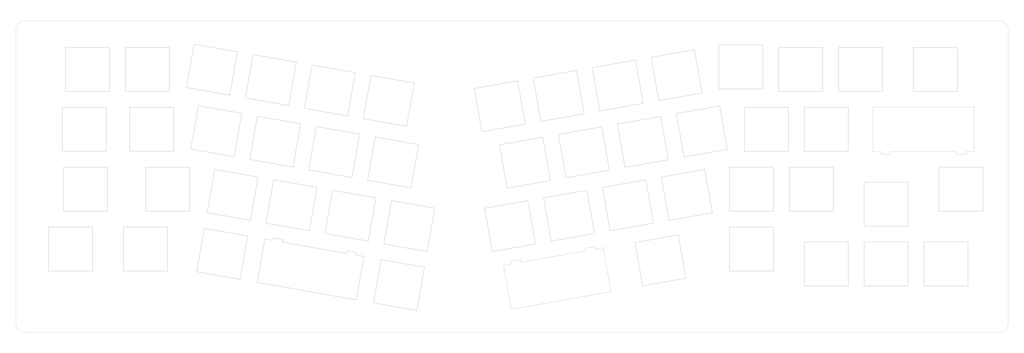
<source format=kicad_pcb>
(kicad_pcb (version 20171130) (host pcbnew "(5.1.5)-3")

  (general
    (thickness 1.6)
    (drawings 54)
    (tracks 0)
    (zones 0)
    (modules 58)
    (nets 1)
  )

  (page A3)
  (layers
    (0 F.Cu signal)
    (31 B.Cu signal)
    (32 B.Adhes user)
    (33 F.Adhes user)
    (34 B.Paste user)
    (35 F.Paste user)
    (36 B.SilkS user)
    (37 F.SilkS user)
    (38 B.Mask user)
    (39 F.Mask user)
    (40 Dwgs.User user)
    (41 Cmts.User user)
    (42 Eco1.User user)
    (43 Eco2.User user)
    (44 Edge.Cuts user)
    (45 Margin user)
    (46 B.CrtYd user)
    (47 F.CrtYd user)
    (48 B.Fab user)
    (49 F.Fab user)
  )

  (setup
    (last_trace_width 0.25)
    (user_trace_width 0.5)
    (user_trace_width 0.5)
    (trace_clearance 0.2)
    (zone_clearance 0.508)
    (zone_45_only no)
    (trace_min 0.2)
    (via_size 0.8)
    (via_drill 0.4)
    (via_min_size 0.4)
    (via_min_drill 0.3)
    (uvia_size 0.3)
    (uvia_drill 0.1)
    (uvias_allowed no)
    (uvia_min_size 0.2)
    (uvia_min_drill 0.1)
    (edge_width 0.1)
    (segment_width 0.2)
    (pcb_text_width 0.3)
    (pcb_text_size 1.5 1.5)
    (mod_edge_width 0.15)
    (mod_text_size 1 1)
    (mod_text_width 0.15)
    (pad_size 2.2 2.2)
    (pad_drill 2.2)
    (pad_to_mask_clearance 0)
    (solder_mask_min_width 0.25)
    (aux_axis_origin 0 0)
    (visible_elements 7FFFFFFF)
    (pcbplotparams
      (layerselection 0x01000_7ffffffe)
      (usegerberextensions true)
      (usegerberattributes false)
      (usegerberadvancedattributes false)
      (creategerberjobfile false)
      (excludeedgelayer true)
      (linewidth 0.100000)
      (plotframeref false)
      (viasonmask false)
      (mode 1)
      (useauxorigin false)
      (hpglpennumber 1)
      (hpglpenspeed 20)
      (hpglpendiameter 15.000000)
      (psnegative false)
      (psa4output false)
      (plotreference true)
      (plotvalue true)
      (plotinvisibletext false)
      (padsonsilk false)
      (subtractmaskfromsilk false)
      (outputformat 4)
      (mirror false)
      (drillshape 0)
      (scaleselection 1)
      (outputdirectory "C:/Users/サリチル酸/Desktop/"))
  )

  (net 0 "")

  (net_class Default "これはデフォルトのネット クラスです。"
    (clearance 0.2)
    (trace_width 0.25)
    (via_dia 0.8)
    (via_drill 0.4)
    (uvia_dia 0.3)
    (uvia_drill 0.1)
  )

  (module kbd:SW_Hole (layer F.Cu) (tedit 5CB3579A) (tstamp 608851B9)
    (at 247.65 89.725)
    (path /5C6AC0DC)
    (fp_text reference SW53 (at 7 8.1) (layer F.SilkS) hide
      (effects (font (size 1 1) (thickness 0.15)))
    )
    (fp_text value SW_PUSH (at -7.4 -8.1) (layer F.Fab) hide
      (effects (font (size 1 1) (thickness 0.15)))
    )
    (fp_line (start -7 -7) (end 7 -7) (layer Edge.Cuts) (width 0.15))
    (fp_line (start 7 -7) (end 7 7) (layer Edge.Cuts) (width 0.15))
    (fp_line (start 7 7) (end -7 7) (layer Edge.Cuts) (width 0.15))
    (fp_line (start -7 7) (end -7 -7) (layer Edge.Cuts) (width 0.15))
    (fp_line (start 9.525 -9.525) (end -9.525 -9.525) (layer F.Fab) (width 0.15))
    (fp_line (start -9.525 -9.525) (end -9.525 9.525) (layer F.Fab) (width 0.15))
    (fp_line (start -9.525 9.525) (end 9.525 9.525) (layer F.Fab) (width 0.15))
    (fp_line (start 9.525 9.525) (end 9.525 -9.525) (layer F.Fab) (width 0.15))
  )

  (module kbd:SW_Hole (layer F.Cu) (tedit 5CB3579A) (tstamp 60884E29)
    (at 244.26875 31.75625)
    (path /5C3DF236)
    (fp_text reference SW51 (at 7 8.1) (layer F.SilkS) hide
      (effects (font (size 1 1) (thickness 0.15)))
    )
    (fp_text value SW_PUSH (at -7.4 -8.1) (layer F.Fab) hide
      (effects (font (size 1 1) (thickness 0.15)))
    )
    (fp_line (start -7 -7) (end 7 -7) (layer Edge.Cuts) (width 0.15))
    (fp_line (start 7 -7) (end 7 7) (layer Edge.Cuts) (width 0.15))
    (fp_line (start 7 7) (end -7 7) (layer Edge.Cuts) (width 0.15))
    (fp_line (start -7 7) (end -7 -7) (layer Edge.Cuts) (width 0.15))
    (fp_line (start 9.525 -9.525) (end -9.525 -9.525) (layer F.Fab) (width 0.15))
    (fp_line (start -9.525 -9.525) (end -9.525 9.525) (layer F.Fab) (width 0.15))
    (fp_line (start -9.525 9.525) (end 9.525 9.525) (layer F.Fab) (width 0.15))
    (fp_line (start 9.525 9.525) (end 9.525 -9.525) (layer F.Fab) (width 0.15))
  )

  (module kbd:SW_Hole (layer F.Cu) (tedit 5CB3579A) (tstamp 60884DDF)
    (at 247.65 70.675)
    (path /5C6AC0DC)
    (fp_text reference SW53 (at 7 8.1) (layer F.SilkS) hide
      (effects (font (size 1 1) (thickness 0.15)))
    )
    (fp_text value SW_PUSH (at -7.4 -8.1) (layer F.Fab) hide
      (effects (font (size 1 1) (thickness 0.15)))
    )
    (fp_line (start 9.525 9.525) (end 9.525 -9.525) (layer F.Fab) (width 0.15))
    (fp_line (start -9.525 9.525) (end 9.525 9.525) (layer F.Fab) (width 0.15))
    (fp_line (start -9.525 -9.525) (end -9.525 9.525) (layer F.Fab) (width 0.15))
    (fp_line (start 9.525 -9.525) (end -9.525 -9.525) (layer F.Fab) (width 0.15))
    (fp_line (start -7 7) (end -7 -7) (layer Edge.Cuts) (width 0.15))
    (fp_line (start 7 7) (end -7 7) (layer Edge.Cuts) (width 0.15))
    (fp_line (start 7 -7) (end 7 7) (layer Edge.Cuts) (width 0.15))
    (fp_line (start -7 -7) (end 7 -7) (layer Edge.Cuts) (width 0.15))
  )

  (module kbd:SW_Hole_1.5 (layer F.Cu) (tedit 5FB4AAED) (tstamp 5CB90A67)
    (at 306.18125 32.575)
    (path /5C6AC424)
    (fp_text reference SW61 (at 7 8.1) (layer F.SilkS) hide
      (effects (font (size 1 1) (thickness 0.15)))
    )
    (fp_text value SW_PUSH (at -7.4 -8.1) (layer F.Fab) hide
      (effects (font (size 1 1) (thickness 0.15)))
    )
    (fp_line (start -7 -7) (end 7 -7) (layer Edge.Cuts) (width 0.15))
    (fp_line (start 7 -7) (end 7 7) (layer Edge.Cuts) (width 0.15))
    (fp_line (start 7 7) (end -7 7) (layer Edge.Cuts) (width 0.15))
    (fp_line (start -7 7) (end -7 -7) (layer Edge.Cuts) (width 0.15))
    (fp_line (start 14.2875 -9.525) (end -14.2875 -9.525) (layer F.Fab) (width 0.15))
    (fp_line (start -14.2875 -9.525) (end -14.2875 9.525) (layer F.Fab) (width 0.15))
    (fp_line (start -14.2875 9.525) (end 14.2875 9.525) (layer F.Fab) (width 0.15))
    (fp_line (start 14.2875 9.525) (end 14.2875 -9.525) (layer F.Fab) (width 0.15))
  )

  (module kbd:SW_Hole_2.25u (layer F.Cu) (tedit 5EB97C11) (tstamp 5CB90A72)
    (at 302.41875 51.625)
    (path /5CAAE770)
    (fp_text reference SW62 (at 7 8.1) (layer F.SilkS) hide
      (effects (font (size 1 1) (thickness 0.15)))
    )
    (fp_text value SW_PUSH (at -7.4 -8.1) (layer F.Fab) hide
      (effects (font (size 1 1) (thickness 0.15)))
    )
    (fp_line (start -16.1 -7.1) (end 16.1 -7.1) (layer Edge.Cuts) (width 0.12))
    (fp_line (start -16.1 7.1) (end -16.1 -7.1) (layer Edge.Cuts) (width 0.12))
    (fp_line (start -13.5 7.1) (end -16.1 7.1) (layer Edge.Cuts) (width 0.12))
    (fp_line (start -13.5 7.95) (end -13.5 7.1) (layer Edge.Cuts) (width 0.12))
    (fp_line (start -10.4 7.95) (end -13.5 7.95) (layer Edge.Cuts) (width 0.12))
    (fp_line (start -10.4 7.1) (end -10.4 7.95) (layer Edge.Cuts) (width 0.12))
    (fp_line (start 10.4 7.1) (end -10.4 7.1) (layer Edge.Cuts) (width 0.12))
    (fp_line (start 10.4 7.95) (end 10.4 7.1) (layer Edge.Cuts) (width 0.12))
    (fp_line (start 13.5 7.95) (end 10.4 7.95) (layer Edge.Cuts) (width 0.12))
    (fp_line (start 13.5 7.1) (end 13.5 7.95) (layer Edge.Cuts) (width 0.12))
    (fp_line (start 16.1 7.1) (end 13.5 7.1) (layer Edge.Cuts) (width 0.12))
    (fp_line (start 16.1 -7.1) (end 16.1 7.1) (layer Edge.Cuts) (width 0.12))
    (fp_line (start 21.43125 9.525) (end 21.43125 -9.525) (layer F.Fab) (width 0.15))
    (fp_line (start -21.43125 9.525) (end 21.43125 9.525) (layer F.Fab) (width 0.15))
    (fp_line (start -21.43125 -9.525) (end -21.43125 9.525) (layer F.Fab) (width 0.15))
    (fp_line (start 21.43125 -9.525) (end -21.43125 -9.525) (layer F.Fab) (width 0.15))
  )

  (module kbd:SW_Hole_2.25u (layer F.Cu) (tedit 5EB97C11) (tstamp 5CB90A0F)
    (at 185.847437 99.115573 190)
    (path /5C3DF130)
    (fp_text reference SW35 (at 7 8.1 10) (layer F.SilkS) hide
      (effects (font (size 1 1) (thickness 0.15)))
    )
    (fp_text value SW_PUSH (at -7.4 -8.1 10) (layer F.Fab) hide
      (effects (font (size 1 1) (thickness 0.15)))
    )
    (fp_line (start 21.43125 -9.525) (end -21.43125 -9.525) (layer F.Fab) (width 0.15))
    (fp_line (start -21.43125 -9.525) (end -21.43125 9.525) (layer F.Fab) (width 0.15))
    (fp_line (start -21.43125 9.525) (end 21.43125 9.525) (layer F.Fab) (width 0.15))
    (fp_line (start 21.43125 9.525) (end 21.43125 -9.525) (layer F.Fab) (width 0.15))
    (fp_line (start 16.1 -7.1) (end 16.1 7.1) (layer Edge.Cuts) (width 0.12))
    (fp_line (start 16.1 7.1) (end 13.5 7.1) (layer Edge.Cuts) (width 0.12))
    (fp_line (start 13.5 7.1) (end 13.5 7.95) (layer Edge.Cuts) (width 0.12))
    (fp_line (start 13.5 7.95) (end 10.4 7.95) (layer Edge.Cuts) (width 0.12))
    (fp_line (start 10.4 7.95) (end 10.4 7.1) (layer Edge.Cuts) (width 0.12))
    (fp_line (start 10.4 7.1) (end -10.4 7.1) (layer Edge.Cuts) (width 0.12))
    (fp_line (start -10.4 7.1) (end -10.4 7.95) (layer Edge.Cuts) (width 0.12))
    (fp_line (start -10.4 7.95) (end -13.5 7.95) (layer Edge.Cuts) (width 0.12))
    (fp_line (start -13.5 7.95) (end -13.5 7.1) (layer Edge.Cuts) (width 0.12))
    (fp_line (start -13.5 7.1) (end -16.1 7.1) (layer Edge.Cuts) (width 0.12))
    (fp_line (start -16.1 7.1) (end -16.1 -7.1) (layer Edge.Cuts) (width 0.12))
    (fp_line (start -16.1 -7.1) (end 16.1 -7.1) (layer Edge.Cuts) (width 0.12))
  )

  (module kbd:SW_Hole_1.25 (layer F.Cu) (tedit 5FB4AAB0) (tstamp 5CB90BF3)
    (at 54.76875 89.725)
    (path /5CAAE83E)
    (fp_text reference SW7 (at 7 8.1) (layer F.SilkS) hide
      (effects (font (size 1 1) (thickness 0.15)))
    )
    (fp_text value SW_PUSH (at -7.4 -8.1) (layer F.Fab) hide
      (effects (font (size 1 1) (thickness 0.15)))
    )
    (fp_line (start -7 -7) (end 7 -7) (layer Edge.Cuts) (width 0.15))
    (fp_line (start 7 -7) (end 7 7) (layer Edge.Cuts) (width 0.15))
    (fp_line (start 7 7) (end -7 7) (layer Edge.Cuts) (width 0.15))
    (fp_line (start -7 7) (end -7 -7) (layer Edge.Cuts) (width 0.15))
    (fp_line (start 11.90625 -9.525) (end -11.90625 -9.525) (layer F.Fab) (width 0.15))
    (fp_line (start -11.90625 -9.525) (end -11.90625 9.525) (layer F.Fab) (width 0.15))
    (fp_line (start -11.90625 9.525) (end 11.90625 9.525) (layer F.Fab) (width 0.15))
    (fp_line (start 11.90625 9.525) (end 11.90625 -9.525) (layer F.Fab) (width 0.15))
  )

  (module kbd:SW_Hole_2u (layer F.Cu) (tedit 5CF56752) (tstamp 5D2F4C9A)
    (at 107.344152 96.22531 170)
    (fp_text reference SW2 (at 7.000001 8.1 350) (layer Edge.Cuts) hide
      (effects (font (size 1 1) (thickness 0.15)))
    )
    (fp_text value KEY_SWITCH (at -7.4 -8.1 350) (layer F.Fab) hide
      (effects (font (size 1 1) (thickness 0.15)))
    )
    (fp_line (start -13.5 7) (end -16 7) (layer Edge.Cuts) (width 0.15))
    (fp_line (start -13.5 7.85) (end -10.4 7.85) (layer Edge.Cuts) (width 0.15))
    (fp_line (start -10.4 7) (end -10.4 7.85) (layer Edge.Cuts) (width 0.15))
    (fp_line (start -13.5 7) (end -13.5 7.85) (layer Edge.Cuts) (width 0.15))
    (fp_line (start 10.4 7) (end 10.4 7.85) (layer Edge.Cuts) (width 0.15))
    (fp_line (start 13.5 7) (end 13.5 7.85) (layer Edge.Cuts) (width 0.15))
    (fp_line (start 16 7) (end 13.5 7) (layer Edge.Cuts) (width 0.15))
    (fp_line (start 10.4 7.85) (end 13.5 7.85) (layer Edge.Cuts) (width 0.15))
    (fp_line (start -16 -7) (end 16 -7) (layer Edge.Cuts) (width 0.15))
    (fp_line (start 16 -7) (end 16 7) (layer Edge.Cuts) (width 0.15))
    (fp_line (start 10.4 7) (end -10.4 7) (layer Edge.Cuts) (width 0.15))
    (fp_line (start -16 7) (end -16 -7) (layer Edge.Cuts) (width 0.15))
    (fp_line (start 19.05 -9.525) (end -19.05 -9.525) (layer F.Fab) (width 0.15))
    (fp_line (start -19.05 -9.525) (end -19.05 9.525) (layer F.Fab) (width 0.15))
    (fp_line (start -19.05 9.525) (end 19.05 9.525) (layer F.Fab) (width 0.15))
    (fp_line (start 19.05 9.525) (end 19.05 -9.525) (layer F.Fab) (width 0.15))
  )

  (module kbd:SW_Hole (layer F.Cu) (tedit 5CB3579A) (tstamp 6068A853)
    (at 79.20327 91.263312 350)
    (path /5CAAE814)
    (fp_text reference SW16 (at 7.000001 8.1 350) (layer F.SilkS) hide
      (effects (font (size 1 1) (thickness 0.15)))
    )
    (fp_text value SW_PUSH (at -7.4 -8.1 350) (layer F.Fab) hide
      (effects (font (size 1 1) (thickness 0.15)))
    )
    (fp_line (start -7 -7) (end 7 -7) (layer Edge.Cuts) (width 0.15))
    (fp_line (start 7 -7) (end 7 7) (layer Edge.Cuts) (width 0.15))
    (fp_line (start 7 7) (end -7 7) (layer Edge.Cuts) (width 0.15))
    (fp_line (start -7 7) (end -7 -7) (layer Edge.Cuts) (width 0.15))
    (fp_line (start 9.525 -9.525) (end -9.525 -9.525) (layer F.Fab) (width 0.15))
    (fp_line (start -9.525 -9.525) (end -9.525 9.525) (layer F.Fab) (width 0.15))
    (fp_line (start -9.525 9.525) (end 9.525 9.525) (layer F.Fab) (width 0.15))
    (fp_line (start 9.525 9.525) (end 9.525 -9.525) (layer F.Fab) (width 0.15))
  )

  (module kbd:SW_Hole_1.25 (layer F.Cu) (tedit 5FB4AAB0) (tstamp 5CB90C09)
    (at 35.3375 51.625)
    (path /5C6AB630)
    (fp_text reference SW5 (at 7 8.1) (layer F.SilkS) hide
      (effects (font (size 1 1) (thickness 0.15)))
    )
    (fp_text value SW_PUSH (at -7.4 -8.1) (layer F.Fab) hide
      (effects (font (size 1 1) (thickness 0.15)))
    )
    (fp_line (start -7 -7) (end 7 -7) (layer Edge.Cuts) (width 0.15))
    (fp_line (start 7 -7) (end 7 7) (layer Edge.Cuts) (width 0.15))
    (fp_line (start 7 7) (end -7 7) (layer Edge.Cuts) (width 0.15))
    (fp_line (start -7 7) (end -7 -7) (layer Edge.Cuts) (width 0.15))
    (fp_line (start 11.90625 -9.525) (end -11.90625 -9.525) (layer F.Fab) (width 0.15))
    (fp_line (start -11.90625 -9.525) (end -11.90625 9.525) (layer F.Fab) (width 0.15))
    (fp_line (start -11.90625 9.525) (end 11.90625 9.525) (layer F.Fab) (width 0.15))
    (fp_line (start 11.90625 9.525) (end 11.90625 -9.525) (layer F.Fab) (width 0.15))
  )

  (module kbd:SW_Hole_1.25 (layer F.Cu) (tedit 5FB4AAB0) (tstamp 6068A642)
    (at 218.678465 93.326577 10)
    (path /5C3D00BB)
    (fp_text reference SW49 (at 7 8.1 10) (layer F.SilkS) hide
      (effects (font (size 1 1) (thickness 0.15)))
    )
    (fp_text value SW_PUSH (at -7.4 -8.1 10) (layer F.Fab) hide
      (effects (font (size 1 1) (thickness 0.15)))
    )
    (fp_line (start -7 -7) (end 7 -7) (layer Edge.Cuts) (width 0.15))
    (fp_line (start 7 -7) (end 7 7) (layer Edge.Cuts) (width 0.15))
    (fp_line (start 7 7) (end -7 7) (layer Edge.Cuts) (width 0.15))
    (fp_line (start -7 7) (end -7 -7) (layer Edge.Cuts) (width 0.15))
    (fp_line (start 11.90625 -9.525) (end -11.90625 -9.525) (layer F.Fab) (width 0.15))
    (fp_line (start -11.90625 -9.525) (end -11.90625 9.525) (layer F.Fab) (width 0.15))
    (fp_line (start -11.90625 9.525) (end 11.90625 9.525) (layer F.Fab) (width 0.15))
    (fp_line (start 11.90625 9.525) (end 11.90625 -9.525) (layer F.Fab) (width 0.15))
  )

  (module kbd:SW_Hole (layer F.Cu) (tedit 5CB3579A) (tstamp 608704FB)
    (at 36.3375 32.575)
    (path /5C3DCE96)
    (fp_text reference SW4 (at 7 8.1) (layer F.SilkS) hide
      (effects (font (size 1 1) (thickness 0.15)))
    )
    (fp_text value SW_PUSH (at -7.4 -8.1) (layer F.Fab) hide
      (effects (font (size 1 1) (thickness 0.15)))
    )
    (fp_line (start 9.525 9.525) (end 9.525 -9.525) (layer F.Fab) (width 0.15))
    (fp_line (start -9.525 9.525) (end 9.525 9.525) (layer F.Fab) (width 0.15))
    (fp_line (start -9.525 -9.525) (end -9.525 9.525) (layer F.Fab) (width 0.15))
    (fp_line (start 9.525 -9.525) (end -9.525 -9.525) (layer F.Fab) (width 0.15))
    (fp_line (start -7 7) (end -7 -7) (layer Edge.Cuts) (width 0.15))
    (fp_line (start 7 7) (end -7 7) (layer Edge.Cuts) (width 0.15))
    (fp_line (start 7 -7) (end 7 7) (layer Edge.Cuts) (width 0.15))
    (fp_line (start -7 -7) (end 7 -7) (layer Edge.Cuts) (width 0.15))
  )

  (module kbd:SW_Hole_1.75 (layer F.Cu) (tedit 5FB4AB18) (tstamp 5CF70F1B)
    (at 35.71875 70.675)
    (path /5CAAE847)
    (fp_text reference SW6 (at 7 8.1) (layer Edge.Cuts) hide
      (effects (font (size 1 1) (thickness 0.15)))
    )
    (fp_text value SW_PUSH (at -7.4 -8.1) (layer F.Fab) hide
      (effects (font (size 1 1) (thickness 0.15)))
    )
    (fp_line (start -7 -7) (end 7 -7) (layer Edge.Cuts) (width 0.15))
    (fp_line (start 7 -7) (end 7 7) (layer Edge.Cuts) (width 0.15))
    (fp_line (start 7 7) (end -7 7) (layer Edge.Cuts) (width 0.15))
    (fp_line (start -7 7) (end -7 -7) (layer Edge.Cuts) (width 0.15))
    (fp_line (start 16.66875 -9.525) (end -16.66875 -9.525) (layer F.Fab) (width 0.15))
    (fp_line (start -16.66875 -9.525) (end -16.66875 9.525) (layer F.Fab) (width 0.15))
    (fp_line (start -16.66875 9.525) (end 16.66875 9.525) (layer F.Fab) (width 0.15))
    (fp_line (start 16.66875 9.525) (end 16.66875 -9.525) (layer F.Fab) (width 0.15))
  )

  (module kbd:SW_Hole_1.25 (layer F.Cu) (tedit 5FB4AAB0) (tstamp 60524BCB)
    (at 30.95625 89.725)
    (path /5CAAE83E)
    (fp_text reference SW7 (at 7 8.1) (layer F.SilkS) hide
      (effects (font (size 1 1) (thickness 0.15)))
    )
    (fp_text value SW_PUSH (at -7.4 -8.1) (layer F.Fab) hide
      (effects (font (size 1 1) (thickness 0.15)))
    )
    (fp_line (start -7 -7) (end 7 -7) (layer Edge.Cuts) (width 0.15))
    (fp_line (start 7 -7) (end 7 7) (layer Edge.Cuts) (width 0.15))
    (fp_line (start 7 7) (end -7 7) (layer Edge.Cuts) (width 0.15))
    (fp_line (start -7 7) (end -7 -7) (layer Edge.Cuts) (width 0.15))
    (fp_line (start 11.90625 -9.525) (end -11.90625 -9.525) (layer F.Fab) (width 0.15))
    (fp_line (start -11.90625 -9.525) (end -11.90625 9.525) (layer F.Fab) (width 0.15))
    (fp_line (start -11.90625 9.525) (end 11.90625 9.525) (layer F.Fab) (width 0.15))
    (fp_line (start 11.90625 9.525) (end 11.90625 -9.525) (layer F.Fab) (width 0.15))
  )

  (module kbd:SW_Hole (layer F.Cu) (tedit 5CB3579A) (tstamp 5CB90A88)
    (at 309.55625 94.4875)
    (path /5CAAE781)
    (fp_text reference SW64 (at 7 8.1) (layer F.SilkS) hide
      (effects (font (size 1 1) (thickness 0.15)))
    )
    (fp_text value SW_PUSH (at -7.4 -8.1) (layer F.Fab) hide
      (effects (font (size 1 1) (thickness 0.15)))
    )
    (fp_line (start 9.525 9.525) (end 9.525 -9.525) (layer F.Fab) (width 0.15))
    (fp_line (start -9.525 9.525) (end 9.525 9.525) (layer F.Fab) (width 0.15))
    (fp_line (start -9.525 -9.525) (end -9.525 9.525) (layer F.Fab) (width 0.15))
    (fp_line (start 9.525 -9.525) (end -9.525 -9.525) (layer F.Fab) (width 0.15))
    (fp_line (start -7 7) (end -7 -7) (layer Edge.Cuts) (width 0.15))
    (fp_line (start 7 7) (end -7 7) (layer Edge.Cuts) (width 0.15))
    (fp_line (start 7 -7) (end 7 7) (layer Edge.Cuts) (width 0.15))
    (fp_line (start -7 -7) (end 7 -7) (layer Edge.Cuts) (width 0.15))
  )

  (module kbd:SW_Hole (layer F.Cu) (tedit 5CB3579A) (tstamp 5CB90A7D)
    (at 314.31875 70.675)
    (path /5CAAE77A)
    (fp_text reference SW63 (at 7 8.1) (layer F.SilkS) hide
      (effects (font (size 1 1) (thickness 0.15)))
    )
    (fp_text value SW_PUSH (at -7.4 -8.1) (layer F.Fab) hide
      (effects (font (size 1 1) (thickness 0.15)))
    )
    (fp_line (start -7 -7) (end 7 -7) (layer Edge.Cuts) (width 0.15))
    (fp_line (start 7 -7) (end 7 7) (layer Edge.Cuts) (width 0.15))
    (fp_line (start 7 7) (end -7 7) (layer Edge.Cuts) (width 0.15))
    (fp_line (start -7 7) (end -7 -7) (layer Edge.Cuts) (width 0.15))
    (fp_line (start 9.525 -9.525) (end -9.525 -9.525) (layer F.Fab) (width 0.15))
    (fp_line (start -9.525 -9.525) (end -9.525 9.525) (layer F.Fab) (width 0.15))
    (fp_line (start -9.525 9.525) (end 9.525 9.525) (layer F.Fab) (width 0.15))
    (fp_line (start 9.525 9.525) (end 9.525 -9.525) (layer F.Fab) (width 0.15))
  )

  (module kbd:SW_Hole (layer F.Cu) (tedit 5CB3579A) (tstamp 5CB90C14)
    (at 55.3875 32.575)
    (path /5C3DCE96)
    (fp_text reference SW4 (at 7 8.1) (layer F.SilkS) hide
      (effects (font (size 1 1) (thickness 0.15)))
    )
    (fp_text value SW_PUSH (at -7.4 -8.1) (layer F.Fab) hide
      (effects (font (size 1 1) (thickness 0.15)))
    )
    (fp_line (start -7 -7) (end 7 -7) (layer Edge.Cuts) (width 0.15))
    (fp_line (start 7 -7) (end 7 7) (layer Edge.Cuts) (width 0.15))
    (fp_line (start 7 7) (end -7 7) (layer Edge.Cuts) (width 0.15))
    (fp_line (start -7 7) (end -7 -7) (layer Edge.Cuts) (width 0.15))
    (fp_line (start 9.525 -9.525) (end -9.525 -9.525) (layer F.Fab) (width 0.15))
    (fp_line (start -9.525 -9.525) (end -9.525 9.525) (layer F.Fab) (width 0.15))
    (fp_line (start -9.525 9.525) (end 9.525 9.525) (layer F.Fab) (width 0.15))
    (fp_line (start 9.525 9.525) (end 9.525 -9.525) (layer F.Fab) (width 0.15))
  )

  (module kbd:SW_Hole (layer F.Cu) (tedit 5CB3579A) (tstamp 5CB909C2)
    (at 133.606743 62.162492 350)
    (path /5C3DEE7C)
    (fp_text reference SW28 (at 7 8.1 350) (layer F.SilkS) hide
      (effects (font (size 1 1) (thickness 0.15)))
    )
    (fp_text value SW_PUSH (at -7.4 -8.1 350) (layer F.Fab) hide
      (effects (font (size 1 1) (thickness 0.15)))
    )
    (fp_line (start 9.525 9.525) (end 9.525 -9.525) (layer F.Fab) (width 0.15))
    (fp_line (start -9.525 9.525) (end 9.525 9.525) (layer F.Fab) (width 0.15))
    (fp_line (start -9.525 -9.525) (end -9.525 9.525) (layer F.Fab) (width 0.15))
    (fp_line (start 9.525 -9.525) (end -9.525 -9.525) (layer F.Fab) (width 0.15))
    (fp_line (start -7 7) (end -7 -7) (layer Edge.Cuts) (width 0.15))
    (fp_line (start 7 7) (end -7 7) (layer Edge.Cuts) (width 0.15))
    (fp_line (start 7 -7) (end 7 7) (layer Edge.Cuts) (width 0.15))
    (fp_line (start -7 -7) (end 7 -7) (layer Edge.Cuts) (width 0.15))
  )

  (module kbd:SW_Hole (layer F.Cu) (tedit 5CB3579A) (tstamp 5CB90A3B)
    (at 132.232241 42.570654 350)
    (path /5C3D98D7)
    (fp_text reference SW27 (at 7 8.1 350) (layer F.SilkS) hide
      (effects (font (size 1 1) (thickness 0.15)))
    )
    (fp_text value SW_PUSH (at -7.4 -8.1 350) (layer F.Fab) hide
      (effects (font (size 1 1) (thickness 0.15)))
    )
    (fp_line (start -7 -7) (end 7 -7) (layer Edge.Cuts) (width 0.15))
    (fp_line (start 7 -7) (end 7 7) (layer Edge.Cuts) (width 0.15))
    (fp_line (start 7 7) (end -7 7) (layer Edge.Cuts) (width 0.15))
    (fp_line (start -7 7) (end -7 -7) (layer Edge.Cuts) (width 0.15))
    (fp_line (start 9.525 -9.525) (end -9.525 -9.525) (layer F.Fab) (width 0.15))
    (fp_line (start -9.525 -9.525) (end -9.525 9.525) (layer F.Fab) (width 0.15))
    (fp_line (start -9.525 9.525) (end 9.525 9.525) (layer F.Fab) (width 0.15))
    (fp_line (start 9.525 9.525) (end 9.525 -9.525) (layer F.Fab) (width 0.15))
  )

  (module kbd:SW_Hole (layer F.Cu) (tedit 5CB3579A) (tstamp 5CB909F9)
    (at 290.50625 94.4875)
    (path /5C3DC01F)
    (fp_text reference SW59 (at 7 8.1) (layer F.SilkS) hide
      (effects (font (size 1 1) (thickness 0.15)))
    )
    (fp_text value SW_PUSH (at -7.4 -8.1) (layer F.Fab) hide
      (effects (font (size 1 1) (thickness 0.15)))
    )
    (fp_line (start -7 -7) (end 7 -7) (layer Edge.Cuts) (width 0.15))
    (fp_line (start 7 -7) (end 7 7) (layer Edge.Cuts) (width 0.15))
    (fp_line (start 7 7) (end -7 7) (layer Edge.Cuts) (width 0.15))
    (fp_line (start -7 7) (end -7 -7) (layer Edge.Cuts) (width 0.15))
    (fp_line (start 9.525 -9.525) (end -9.525 -9.525) (layer F.Fab) (width 0.15))
    (fp_line (start -9.525 -9.525) (end -9.525 9.525) (layer F.Fab) (width 0.15))
    (fp_line (start -9.525 9.525) (end 9.525 9.525) (layer F.Fab) (width 0.15))
    (fp_line (start 9.525 9.525) (end 9.525 -9.525) (layer F.Fab) (width 0.15))
  )

  (module kbd:SW_Hole (layer F.Cu) (tedit 5CB3579A) (tstamp 5CB90C4B)
    (at 189.57984 79.118058 10)
    (path /5CAAE7F0)
    (fp_text reference SW39 (at 7 8.1 10) (layer F.SilkS) hide
      (effects (font (size 1 1) (thickness 0.15)))
    )
    (fp_text value SW_PUSH (at -7.4 -8.1 10) (layer F.Fab) hide
      (effects (font (size 1 1) (thickness 0.15)))
    )
    (fp_line (start 9.525 9.525) (end 9.525 -9.525) (layer F.Fab) (width 0.15))
    (fp_line (start -9.525 9.525) (end 9.525 9.525) (layer F.Fab) (width 0.15))
    (fp_line (start -9.525 -9.525) (end -9.525 9.525) (layer F.Fab) (width 0.15))
    (fp_line (start 9.525 -9.525) (end -9.525 -9.525) (layer F.Fab) (width 0.15))
    (fp_line (start -7 7) (end -7 -7) (layer Edge.Cuts) (width 0.15))
    (fp_line (start 7 7) (end -7 7) (layer Edge.Cuts) (width 0.15))
    (fp_line (start 7 -7) (end 7 7) (layer Edge.Cuts) (width 0.15))
    (fp_line (start -7 -7) (end 7 -7) (layer Edge.Cuts) (width 0.15))
  )

  (module kbd:SW_Hole (layer F.Cu) (tedit 5CB3579A) (tstamp 5CB90C40)
    (at 77.32498 52.238498 350)
    (path /5CAAE803)
    (fp_text reference SW14 (at 7 8.1 350) (layer F.SilkS) hide
      (effects (font (size 1 1) (thickness 0.15)))
    )
    (fp_text value SW_PUSH (at -7.4 -8.1 350) (layer F.Fab) hide
      (effects (font (size 1 1) (thickness 0.15)))
    )
    (fp_line (start 9.525 9.525) (end 9.525 -9.525) (layer F.Fab) (width 0.15))
    (fp_line (start -9.525 9.525) (end 9.525 9.525) (layer F.Fab) (width 0.15))
    (fp_line (start -9.525 -9.525) (end -9.525 9.525) (layer F.Fab) (width 0.15))
    (fp_line (start 9.525 -9.525) (end -9.525 -9.525) (layer F.Fab) (width 0.15))
    (fp_line (start -7 7) (end -7 -7) (layer Edge.Cuts) (width 0.15))
    (fp_line (start 7 7) (end -7 7) (layer Edge.Cuts) (width 0.15))
    (fp_line (start 7 -7) (end 7 7) (layer Edge.Cuts) (width 0.15))
    (fp_line (start -7 -7) (end 7 -7) (layer Edge.Cuts) (width 0.15))
  )

  (module kbd:SW_Hole (layer F.Cu) (tedit 5CB3579A) (tstamp 5CB90BD2)
    (at 56.76875 51.625)
    (path /5BF16F8B)
    (fp_text reference SW10 (at 7 8.1) (layer F.SilkS) hide
      (effects (font (size 1 1) (thickness 0.15)))
    )
    (fp_text value SW_PUSH (at -7.4 -8.1) (layer F.Fab) hide
      (effects (font (size 1 1) (thickness 0.15)))
    )
    (fp_line (start 9.525 9.525) (end 9.525 -9.525) (layer F.Fab) (width 0.15))
    (fp_line (start -9.525 9.525) (end 9.525 9.525) (layer F.Fab) (width 0.15))
    (fp_line (start -9.525 -9.525) (end -9.525 9.525) (layer F.Fab) (width 0.15))
    (fp_line (start 9.525 -9.525) (end -9.525 -9.525) (layer F.Fab) (width 0.15))
    (fp_line (start -7 7) (end -7 -7) (layer Edge.Cuts) (width 0.15))
    (fp_line (start 7 7) (end -7 7) (layer Edge.Cuts) (width 0.15))
    (fp_line (start 7 -7) (end 7 7) (layer Edge.Cuts) (width 0.15))
    (fp_line (start -7 -7) (end 7 -7) (layer Edge.Cuts) (width 0.15))
  )

  (module kbd:SW_Hole (layer F.Cu) (tedit 5CB3579A) (tstamp 5CB90BC7)
    (at 61.9125 70.675)
    (path /5C3DCEFA)
    (fp_text reference SW11 (at 7 8.1) (layer F.SilkS) hide
      (effects (font (size 1 1) (thickness 0.15)))
    )
    (fp_text value SW_PUSH (at -7.4 -8.1) (layer F.Fab) hide
      (effects (font (size 1 1) (thickness 0.15)))
    )
    (fp_line (start -7 -7) (end 7 -7) (layer Edge.Cuts) (width 0.15))
    (fp_line (start 7 -7) (end 7 7) (layer Edge.Cuts) (width 0.15))
    (fp_line (start 7 7) (end -7 7) (layer Edge.Cuts) (width 0.15))
    (fp_line (start -7 7) (end -7 -7) (layer Edge.Cuts) (width 0.15))
    (fp_line (start 9.525 -9.525) (end -9.525 -9.525) (layer F.Fab) (width 0.15))
    (fp_line (start -9.525 -9.525) (end -9.525 9.525) (layer F.Fab) (width 0.15))
    (fp_line (start -9.525 9.525) (end 9.525 9.525) (layer F.Fab) (width 0.15))
    (fp_line (start 9.525 9.525) (end 9.525 -9.525) (layer F.Fab) (width 0.15))
  )

  (module kbd:SW_Hole (layer F.Cu) (tedit 5CB3579A) (tstamp 5CB90BA6)
    (at 175.565003 62.244218 10)
    (path /5C3CFFD8)
    (fp_text reference SW33 (at 7 8.1 10) (layer F.SilkS) hide
      (effects (font (size 1 1) (thickness 0.15)))
    )
    (fp_text value SW_PUSH (at -7.4 -8.1 10) (layer F.Fab) hide
      (effects (font (size 1 1) (thickness 0.15)))
    )
    (fp_line (start -7 -7) (end 7 -7) (layer Edge.Cuts) (width 0.15))
    (fp_line (start 7 -7) (end 7 7) (layer Edge.Cuts) (width 0.15))
    (fp_line (start 7 7) (end -7 7) (layer Edge.Cuts) (width 0.15))
    (fp_line (start -7 7) (end -7 -7) (layer Edge.Cuts) (width 0.15))
    (fp_line (start 9.525 -9.525) (end -9.525 -9.525) (layer F.Fab) (width 0.15))
    (fp_line (start -9.525 -9.525) (end -9.525 9.525) (layer F.Fab) (width 0.15))
    (fp_line (start -9.525 9.525) (end 9.525 9.525) (layer F.Fab) (width 0.15))
    (fp_line (start 9.525 9.525) (end 9.525 -9.525) (layer F.Fab) (width 0.15))
  )

  (module kbd:SW_Hole (layer F.Cu) (tedit 5CB3579A) (tstamp 5CB90B9B)
    (at 205.06693 37.687634 10)
    (path /5C3D99DB)
    (fp_text reference SW42 (at 7 8.1 10) (layer F.SilkS) hide
      (effects (font (size 1 1) (thickness 0.15)))
    )
    (fp_text value SW_PUSH (at -7.4 -8.1 10) (layer F.Fab) hide
      (effects (font (size 1 1) (thickness 0.15)))
    )
    (fp_line (start 9.525 9.525) (end 9.525 -9.525) (layer F.Fab) (width 0.15))
    (fp_line (start -9.525 9.525) (end 9.525 9.525) (layer F.Fab) (width 0.15))
    (fp_line (start -9.525 -9.525) (end -9.525 9.525) (layer F.Fab) (width 0.15))
    (fp_line (start 9.525 -9.525) (end -9.525 -9.525) (layer F.Fab) (width 0.15))
    (fp_line (start -7 7) (end -7 -7) (layer Edge.Cuts) (width 0.15))
    (fp_line (start 7 7) (end -7 7) (layer Edge.Cuts) (width 0.15))
    (fp_line (start 7 -7) (end 7 7) (layer Edge.Cuts) (width 0.15))
    (fp_line (start -7 -7) (end 7 -7) (layer Edge.Cuts) (width 0.15))
  )

  (module kbd:SW_Hole (layer F.Cu) (tedit 5CB3579A) (tstamp 5CB90B90)
    (at 282.36875 32.575)
    (path /5CAAE7B3)
    (fp_text reference SW56 (at 7 8.1) (layer F.SilkS) hide
      (effects (font (size 1 1) (thickness 0.15)))
    )
    (fp_text value SW_PUSH (at -7.4 -8.1) (layer F.Fab) hide
      (effects (font (size 1 1) (thickness 0.15)))
    )
    (fp_line (start 9.525 9.525) (end 9.525 -9.525) (layer F.Fab) (width 0.15))
    (fp_line (start -9.525 9.525) (end 9.525 9.525) (layer F.Fab) (width 0.15))
    (fp_line (start -9.525 -9.525) (end -9.525 9.525) (layer F.Fab) (width 0.15))
    (fp_line (start 9.525 -9.525) (end -9.525 -9.525) (layer F.Fab) (width 0.15))
    (fp_line (start -7 7) (end -7 -7) (layer Edge.Cuts) (width 0.15))
    (fp_line (start 7 7) (end -7 7) (layer Edge.Cuts) (width 0.15))
    (fp_line (start 7 -7) (end 7 7) (layer Edge.Cuts) (width 0.15))
    (fp_line (start -7 -7) (end 7 -7) (layer Edge.Cuts) (width 0.15))
  )

  (module kbd:SW_Hole (layer F.Cu) (tedit 5CB3579A) (tstamp 5CB90B7A)
    (at 271.45625 94.4875)
    (path /5CAAE7C5)
    (fp_text reference SW54 (at 7 8.1) (layer F.SilkS) hide
      (effects (font (size 1 1) (thickness 0.15)))
    )
    (fp_text value SW_PUSH (at -7.4 -8.1) (layer F.Fab) hide
      (effects (font (size 1 1) (thickness 0.15)))
    )
    (fp_line (start 9.525 9.525) (end 9.525 -9.525) (layer F.Fab) (width 0.15))
    (fp_line (start -9.525 9.525) (end 9.525 9.525) (layer F.Fab) (width 0.15))
    (fp_line (start -9.525 -9.525) (end -9.525 9.525) (layer F.Fab) (width 0.15))
    (fp_line (start 9.525 -9.525) (end -9.525 -9.525) (layer F.Fab) (width 0.15))
    (fp_line (start -7 7) (end -7 -7) (layer Edge.Cuts) (width 0.15))
    (fp_line (start 7 7) (end -7 7) (layer Edge.Cuts) (width 0.15))
    (fp_line (start 7 -7) (end 7 7) (layer Edge.Cuts) (width 0.15))
    (fp_line (start -7 -7) (end 7 -7) (layer Edge.Cuts) (width 0.15))
  )

  (module kbd:SW_Hole (layer F.Cu) (tedit 5CB3579A) (tstamp 5CB90B6F)
    (at 266.7 70.675)
    (path /5C6AC0DC)
    (fp_text reference SW53 (at 7 8.1) (layer F.SilkS) hide
      (effects (font (size 1 1) (thickness 0.15)))
    )
    (fp_text value SW_PUSH (at -7.4 -8.1) (layer F.Fab) hide
      (effects (font (size 1 1) (thickness 0.15)))
    )
    (fp_line (start -7 -7) (end 7 -7) (layer Edge.Cuts) (width 0.15))
    (fp_line (start 7 -7) (end 7 7) (layer Edge.Cuts) (width 0.15))
    (fp_line (start 7 7) (end -7 7) (layer Edge.Cuts) (width 0.15))
    (fp_line (start -7 7) (end -7 -7) (layer Edge.Cuts) (width 0.15))
    (fp_line (start 9.525 -9.525) (end -9.525 -9.525) (layer F.Fab) (width 0.15))
    (fp_line (start -9.525 -9.525) (end -9.525 9.525) (layer F.Fab) (width 0.15))
    (fp_line (start -9.525 9.525) (end 9.525 9.525) (layer F.Fab) (width 0.15))
    (fp_line (start 9.525 9.525) (end 9.525 -9.525) (layer F.Fab) (width 0.15))
  )

  (module kbd:SW_Hole (layer F.Cu) (tedit 5CB3579A) (tstamp 5CB90B64)
    (at 82.501982 72.500336 350)
    (path /5CAAE80D)
    (fp_text reference SW15 (at 7 8.1 350) (layer F.SilkS) hide
      (effects (font (size 1 1) (thickness 0.15)))
    )
    (fp_text value SW_PUSH (at -7.4 -8.1 350) (layer F.Fab) hide
      (effects (font (size 1 1) (thickness 0.15)))
    )
    (fp_line (start -7 -7) (end 7 -7) (layer Edge.Cuts) (width 0.15))
    (fp_line (start 7 -7) (end 7 7) (layer Edge.Cuts) (width 0.15))
    (fp_line (start 7 7) (end -7 7) (layer Edge.Cuts) (width 0.15))
    (fp_line (start -7 7) (end -7 -7) (layer Edge.Cuts) (width 0.15))
    (fp_line (start 9.525 -9.525) (end -9.525 -9.525) (layer F.Fab) (width 0.15))
    (fp_line (start -9.525 -9.525) (end -9.525 9.525) (layer F.Fab) (width 0.15))
    (fp_line (start -9.525 9.525) (end 9.525 9.525) (layer F.Fab) (width 0.15))
    (fp_line (start 9.525 9.525) (end 9.525 -9.525) (layer F.Fab) (width 0.15))
  )

  (module kbd:SW_Hole (layer F.Cu) (tedit 5CB3579A) (tstamp 5CB90B59)
    (at 75.950478 32.64666 350)
    (path /5C6AB742)
    (fp_text reference SW13 (at 7 8.1 350) (layer F.SilkS) hide
      (effects (font (size 1 1) (thickness 0.15)))
    )
    (fp_text value SW_PUSH (at -7.4 -8.1 350) (layer F.Fab) hide
      (effects (font (size 1 1) (thickness 0.15)))
    )
    (fp_line (start -7 -7) (end 7 -7) (layer Edge.Cuts) (width 0.15))
    (fp_line (start 7 -7) (end 7 7) (layer Edge.Cuts) (width 0.15))
    (fp_line (start 7 7) (end -7 7) (layer Edge.Cuts) (width 0.15))
    (fp_line (start -7 7) (end -7 -7) (layer Edge.Cuts) (width 0.15))
    (fp_line (start 9.525 -9.525) (end -9.525 -9.525) (layer F.Fab) (width 0.15))
    (fp_line (start -9.525 -9.525) (end -9.525 9.525) (layer F.Fab) (width 0.15))
    (fp_line (start -9.525 9.525) (end 9.525 9.525) (layer F.Fab) (width 0.15))
    (fp_line (start 9.525 9.525) (end 9.525 -9.525) (layer F.Fab) (width 0.15))
  )

  (module kbd:SW_Hole (layer F.Cu) (tedit 5CB3579A) (tstamp 5CB90B38)
    (at 227.101015 72.502061 10)
    (path /5CAAE7AC)
    (fp_text reference SW48 (at 7 8.1 10) (layer F.SilkS) hide
      (effects (font (size 1 1) (thickness 0.15)))
    )
    (fp_text value SW_PUSH (at -7.4 -8.1 10) (layer F.Fab) hide
      (effects (font (size 1 1) (thickness 0.15)))
    )
    (fp_line (start -7 -7) (end 7 -7) (layer Edge.Cuts) (width 0.15))
    (fp_line (start 7 -7) (end 7 7) (layer Edge.Cuts) (width 0.15))
    (fp_line (start 7 7) (end -7 7) (layer Edge.Cuts) (width 0.15))
    (fp_line (start -7 7) (end -7 -7) (layer Edge.Cuts) (width 0.15))
    (fp_line (start 9.525 -9.525) (end -9.525 -9.525) (layer F.Fab) (width 0.15))
    (fp_line (start -9.525 -9.525) (end -9.525 9.525) (layer F.Fab) (width 0.15))
    (fp_line (start -9.525 9.525) (end 9.525 9.525) (layer F.Fab) (width 0.15))
    (fp_line (start 9.525 9.525) (end 9.525 -9.525) (layer F.Fab) (width 0.15))
  )

  (module kbd:SW_Hole (layer F.Cu) (tedit 5CB3579A) (tstamp 5CB90B2D)
    (at 231.846767 52.320223 10)
    (path /5CAAE7A5)
    (fp_text reference SW47 (at 7 8.1 10) (layer F.SilkS) hide
      (effects (font (size 1 1) (thickness 0.15)))
    )
    (fp_text value SW_PUSH (at -7.4 -8.1 10) (layer F.Fab) hide
      (effects (font (size 1 1) (thickness 0.15)))
    )
    (fp_line (start 9.525 9.525) (end 9.525 -9.525) (layer F.Fab) (width 0.15))
    (fp_line (start -9.525 9.525) (end 9.525 9.525) (layer F.Fab) (width 0.15))
    (fp_line (start -9.525 -9.525) (end -9.525 9.525) (layer F.Fab) (width 0.15))
    (fp_line (start 9.525 -9.525) (end -9.525 -9.525) (layer F.Fab) (width 0.15))
    (fp_line (start -7 7) (end -7 -7) (layer Edge.Cuts) (width 0.15))
    (fp_line (start 7 7) (end -7 7) (layer Edge.Cuts) (width 0.15))
    (fp_line (start 7 -7) (end 7 7) (layer Edge.Cuts) (width 0.15))
    (fp_line (start -7 -7) (end 7 -7) (layer Edge.Cuts) (width 0.15))
  )

  (module kbd:SW_Hole (layer F.Cu) (tedit 5CB3579A) (tstamp 5CB90B22)
    (at 223.827518 34.379637 10)
    (path /5CAAE79B)
    (fp_text reference SW46 (at 7 8.1 10) (layer F.SilkS) hide
      (effects (font (size 1 1) (thickness 0.15)))
    )
    (fp_text value SW_PUSH (at -7.4 -8.1 10) (layer F.Fab) hide
      (effects (font (size 1 1) (thickness 0.15)))
    )
    (fp_line (start -7 -7) (end 7 -7) (layer Edge.Cuts) (width 0.15))
    (fp_line (start 7 -7) (end 7 7) (layer Edge.Cuts) (width 0.15))
    (fp_line (start 7 7) (end -7 7) (layer Edge.Cuts) (width 0.15))
    (fp_line (start -7 7) (end -7 -7) (layer Edge.Cuts) (width 0.15))
    (fp_line (start 9.525 -9.525) (end -9.525 -9.525) (layer F.Fab) (width 0.15))
    (fp_line (start -9.525 -9.525) (end -9.525 9.525) (layer F.Fab) (width 0.15))
    (fp_line (start -9.525 9.525) (end 9.525 9.525) (layer F.Fab) (width 0.15))
    (fp_line (start 9.525 9.525) (end 9.525 -9.525) (layer F.Fab) (width 0.15))
  )

  (module kbd:SW_Hole (layer F.Cu) (tedit 5CB3579A) (tstamp 5CB90B0C)
    (at 208.340428 75.810059 10)
    (path /5C3DEF56)
    (fp_text reference SW44 (at 7 8.1 10) (layer F.SilkS) hide
      (effects (font (size 1 1) (thickness 0.15)))
    )
    (fp_text value SW_PUSH (at -7.4 -8.1 10) (layer F.Fab) hide
      (effects (font (size 1 1) (thickness 0.15)))
    )
    (fp_line (start -7 -7) (end 7 -7) (layer Edge.Cuts) (width 0.15))
    (fp_line (start 7 -7) (end 7 7) (layer Edge.Cuts) (width 0.15))
    (fp_line (start 7 7) (end -7 7) (layer Edge.Cuts) (width 0.15))
    (fp_line (start -7 7) (end -7 -7) (layer Edge.Cuts) (width 0.15))
    (fp_line (start 9.525 -9.525) (end -9.525 -9.525) (layer F.Fab) (width 0.15))
    (fp_line (start -9.525 -9.525) (end -9.525 9.525) (layer F.Fab) (width 0.15))
    (fp_line (start -9.525 9.525) (end 9.525 9.525) (layer F.Fab) (width 0.15))
    (fp_line (start 9.525 9.525) (end 9.525 -9.525) (layer F.Fab) (width 0.15))
  )

  (module kbd:SW_Hole (layer F.Cu) (tedit 5CB3579A) (tstamp 5CB90B01)
    (at 213.086179 55.628221 10)
    (path /5C3DF1BE)
    (fp_text reference SW43 (at 7 8.1 10) (layer F.SilkS) hide
      (effects (font (size 1 1) (thickness 0.15)))
    )
    (fp_text value SW_PUSH (at -7.4 -8.1 10) (layer F.Fab) hide
      (effects (font (size 1 1) (thickness 0.15)))
    )
    (fp_line (start 9.525 9.525) (end 9.525 -9.525) (layer F.Fab) (width 0.15))
    (fp_line (start -9.525 9.525) (end 9.525 9.525) (layer F.Fab) (width 0.15))
    (fp_line (start -9.525 -9.525) (end -9.525 9.525) (layer F.Fab) (width 0.15))
    (fp_line (start 9.525 -9.525) (end -9.525 -9.525) (layer F.Fab) (width 0.15))
    (fp_line (start -7 7) (end -7 -7) (layer Edge.Cuts) (width 0.15))
    (fp_line (start 7 7) (end -7 7) (layer Edge.Cuts) (width 0.15))
    (fp_line (start 7 -7) (end 7 7) (layer Edge.Cuts) (width 0.15))
    (fp_line (start -7 -7) (end 7 -7) (layer Edge.Cuts) (width 0.15))
  )

  (module kbd:SW_Hole (layer F.Cu) (tedit 5CB3579A) (tstamp 5CB90AF6)
    (at 263.31875 32.575)
    (path /5C3DF236)
    (fp_text reference SW51 (at 7 8.1) (layer F.SilkS) hide
      (effects (font (size 1 1) (thickness 0.15)))
    )
    (fp_text value SW_PUSH (at -7.4 -8.1) (layer F.Fab) hide
      (effects (font (size 1 1) (thickness 0.15)))
    )
    (fp_line (start 9.525 9.525) (end 9.525 -9.525) (layer F.Fab) (width 0.15))
    (fp_line (start -9.525 9.525) (end 9.525 9.525) (layer F.Fab) (width 0.15))
    (fp_line (start -9.525 -9.525) (end -9.525 9.525) (layer F.Fab) (width 0.15))
    (fp_line (start 9.525 -9.525) (end -9.525 -9.525) (layer F.Fab) (width 0.15))
    (fp_line (start -7 7) (end -7 -7) (layer Edge.Cuts) (width 0.15))
    (fp_line (start 7 7) (end -7 7) (layer Edge.Cuts) (width 0.15))
    (fp_line (start 7 -7) (end 7 7) (layer Edge.Cuts) (width 0.15))
    (fp_line (start -7 -7) (end 7 -7) (layer Edge.Cuts) (width 0.15))
  )

  (module kbd:SW_Hole (layer F.Cu) (tedit 5CB3579A) (tstamp 5CB90AEB)
    (at 114.846156 58.854493 350)
    (path /5CAAE81B)
    (fp_text reference SW24 (at 7 8.1 350) (layer F.SilkS) hide
      (effects (font (size 1 1) (thickness 0.15)))
    )
    (fp_text value SW_PUSH (at -7.4 -8.1 350) (layer F.Fab) hide
      (effects (font (size 1 1) (thickness 0.15)))
    )
    (fp_line (start -7 -7) (end 7 -7) (layer Edge.Cuts) (width 0.15))
    (fp_line (start 7 -7) (end 7 7) (layer Edge.Cuts) (width 0.15))
    (fp_line (start 7 7) (end -7 7) (layer Edge.Cuts) (width 0.15))
    (fp_line (start -7 7) (end -7 -7) (layer Edge.Cuts) (width 0.15))
    (fp_line (start 9.525 -9.525) (end -9.525 -9.525) (layer F.Fab) (width 0.15))
    (fp_line (start -9.525 -9.525) (end -9.525 9.525) (layer F.Fab) (width 0.15))
    (fp_line (start -9.525 9.525) (end 9.525 9.525) (layer F.Fab) (width 0.15))
    (fp_line (start 9.525 9.525) (end 9.525 -9.525) (layer F.Fab) (width 0.15))
  )

  (module kbd:SW_Hole (layer F.Cu) (tedit 5CB3579A) (tstamp 5CB90ACA)
    (at 101.26257 75.808332 350)
    (path /5C3DEE14)
    (fp_text reference SW20 (at 7 8.1 350) (layer F.SilkS) hide
      (effects (font (size 1 1) (thickness 0.15)))
    )
    (fp_text value SW_PUSH (at -7.4 -8.1 350) (layer F.Fab) hide
      (effects (font (size 1 1) (thickness 0.15)))
    )
    (fp_line (start -7 -7) (end 7 -7) (layer Edge.Cuts) (width 0.15))
    (fp_line (start 7 -7) (end 7 7) (layer Edge.Cuts) (width 0.15))
    (fp_line (start 7 7) (end -7 7) (layer Edge.Cuts) (width 0.15))
    (fp_line (start -7 7) (end -7 -7) (layer Edge.Cuts) (width 0.15))
    (fp_line (start 9.525 -9.525) (end -9.525 -9.525) (layer F.Fab) (width 0.15))
    (fp_line (start -9.525 -9.525) (end -9.525 9.525) (layer F.Fab) (width 0.15))
    (fp_line (start -9.525 9.525) (end 9.525 9.525) (layer F.Fab) (width 0.15))
    (fp_line (start 9.525 9.525) (end 9.525 -9.525) (layer F.Fab) (width 0.15))
  )

  (module kbd:SW_Hole (layer F.Cu) (tedit 5CB3579A) (tstamp 5CB90ABF)
    (at 96.085568 55.546494 350)
    (path /5C3DCFD2)
    (fp_text reference SW19 (at 7 8.1 350) (layer F.SilkS) hide
      (effects (font (size 1 1) (thickness 0.15)))
    )
    (fp_text value SW_PUSH (at -7.4 -8.1 350) (layer F.Fab) hide
      (effects (font (size 1 1) (thickness 0.15)))
    )
    (fp_line (start -7 -7) (end 7 -7) (layer Edge.Cuts) (width 0.15))
    (fp_line (start 7 -7) (end 7 7) (layer Edge.Cuts) (width 0.15))
    (fp_line (start 7 7) (end -7 7) (layer Edge.Cuts) (width 0.15))
    (fp_line (start -7 7) (end -7 -7) (layer Edge.Cuts) (width 0.15))
    (fp_line (start 9.525 -9.525) (end -9.525 -9.525) (layer F.Fab) (width 0.15))
    (fp_line (start -9.525 -9.525) (end -9.525 9.525) (layer F.Fab) (width 0.15))
    (fp_line (start -9.525 9.525) (end 9.525 9.525) (layer F.Fab) (width 0.15))
    (fp_line (start 9.525 9.525) (end 9.525 -9.525) (layer F.Fab) (width 0.15))
  )

  (module kbd:SW_Hole (layer F.Cu) (tedit 5CB3579A) (tstamp 5CB90AB4)
    (at 94.711066 35.954656 350)
    (path /5C3D9A54)
    (fp_text reference SW18 (at 7 8.1 350) (layer F.SilkS) hide
      (effects (font (size 1 1) (thickness 0.15)))
    )
    (fp_text value SW_PUSH (at -7.4 -8.1 350) (layer F.Fab) hide
      (effects (font (size 1 1) (thickness 0.15)))
    )
    (fp_line (start 9.525 9.525) (end 9.525 -9.525) (layer F.Fab) (width 0.15))
    (fp_line (start -9.525 9.525) (end 9.525 9.525) (layer F.Fab) (width 0.15))
    (fp_line (start -9.525 -9.525) (end -9.525 9.525) (layer F.Fab) (width 0.15))
    (fp_line (start 9.525 -9.525) (end -9.525 -9.525) (layer F.Fab) (width 0.15))
    (fp_line (start -7 7) (end -7 -7) (layer Edge.Cuts) (width 0.15))
    (fp_line (start 7 7) (end -7 7) (layer Edge.Cuts) (width 0.15))
    (fp_line (start 7 -7) (end 7 7) (layer Edge.Cuts) (width 0.15))
    (fp_line (start -7 -7) (end 7 -7) (layer Edge.Cuts) (width 0.15))
  )

  (module kbd:SW_Hole (layer F.Cu) (tedit 5CB3579A) (tstamp 5CB90A93)
    (at 252.4125 51.625)
    (path /5C3DEFC8)
    (fp_text reference SW52 (at 7 8.1) (layer F.SilkS) hide
      (effects (font (size 1 1) (thickness 0.15)))
    )
    (fp_text value SW_PUSH (at -7.4 -8.1) (layer F.Fab) hide
      (effects (font (size 1 1) (thickness 0.15)))
    )
    (fp_line (start -7 -7) (end 7 -7) (layer Edge.Cuts) (width 0.15))
    (fp_line (start 7 -7) (end 7 7) (layer Edge.Cuts) (width 0.15))
    (fp_line (start 7 7) (end -7 7) (layer Edge.Cuts) (width 0.15))
    (fp_line (start -7 7) (end -7 -7) (layer Edge.Cuts) (width 0.15))
    (fp_line (start 9.525 -9.525) (end -9.525 -9.525) (layer F.Fab) (width 0.15))
    (fp_line (start -9.525 -9.525) (end -9.525 9.525) (layer F.Fab) (width 0.15))
    (fp_line (start -9.525 9.525) (end 9.525 9.525) (layer F.Fab) (width 0.15))
    (fp_line (start 9.525 9.525) (end 9.525 -9.525) (layer F.Fab) (width 0.15))
  )

  (module kbd:SW_Hole (layer F.Cu) (tedit 5CB3579A) (tstamp 5CB90A51)
    (at 113.471653 39.262654 350)
    (path /5CAAE824)
    (fp_text reference SW23 (at 7 8.1 350) (layer F.SilkS) hide
      (effects (font (size 1 1) (thickness 0.15)))
    )
    (fp_text value SW_PUSH (at -7.4 -8.1 350) (layer F.Fab) hide
      (effects (font (size 1 1) (thickness 0.15)))
    )
    (fp_line (start -7 -7) (end 7 -7) (layer Edge.Cuts) (width 0.15))
    (fp_line (start 7 -7) (end 7 7) (layer Edge.Cuts) (width 0.15))
    (fp_line (start 7 7) (end -7 7) (layer Edge.Cuts) (width 0.15))
    (fp_line (start -7 7) (end -7 -7) (layer Edge.Cuts) (width 0.15))
    (fp_line (start 9.525 -9.525) (end -9.525 -9.525) (layer F.Fab) (width 0.15))
    (fp_line (start -9.525 -9.525) (end -9.525 9.525) (layer F.Fab) (width 0.15))
    (fp_line (start -9.525 9.525) (end 9.525 9.525) (layer F.Fab) (width 0.15))
    (fp_line (start 9.525 9.525) (end 9.525 -9.525) (layer F.Fab) (width 0.15))
  )

  (module kbd:SW_Hole (layer F.Cu) (tedit 5CB3579A) (tstamp 5CB90A46)
    (at 271.4625 51.625)
    (path /5C3D011D)
    (fp_text reference SW57 (at 7 8.1) (layer F.SilkS) hide
      (effects (font (size 1 1) (thickness 0.15)))
    )
    (fp_text value SW_PUSH (at -7.4 -8.1) (layer F.Fab) hide
      (effects (font (size 1 1) (thickness 0.15)))
    )
    (fp_line (start 9.525 9.525) (end 9.525 -9.525) (layer F.Fab) (width 0.15))
    (fp_line (start -9.525 9.525) (end 9.525 9.525) (layer F.Fab) (width 0.15))
    (fp_line (start -9.525 -9.525) (end -9.525 9.525) (layer F.Fab) (width 0.15))
    (fp_line (start 9.525 -9.525) (end -9.525 -9.525) (layer F.Fab) (width 0.15))
    (fp_line (start -7 7) (end -7 -7) (layer Edge.Cuts) (width 0.15))
    (fp_line (start 7 7) (end -7 7) (layer Edge.Cuts) (width 0.15))
    (fp_line (start 7 -7) (end 7 7) (layer Edge.Cuts) (width 0.15))
    (fp_line (start -7 -7) (end 7 -7) (layer Edge.Cuts) (width 0.15))
  )

  (module kbd:SW_Hole (layer F.Cu) (tedit 5CB3579A) (tstamp 5CB90A30)
    (at 194.32559 58.936219 10)
    (path /5CAAE7F9)
    (fp_text reference SW38 (at 7 8.1 10) (layer F.SilkS) hide
      (effects (font (size 1 1) (thickness 0.15)))
    )
    (fp_text value SW_PUSH (at -7.4 -8.1 10) (layer F.Fab) hide
      (effects (font (size 1 1) (thickness 0.15)))
    )
    (fp_line (start -7 -7) (end 7 -7) (layer Edge.Cuts) (width 0.15))
    (fp_line (start 7 -7) (end 7 7) (layer Edge.Cuts) (width 0.15))
    (fp_line (start 7 7) (end -7 7) (layer Edge.Cuts) (width 0.15))
    (fp_line (start -7 7) (end -7 -7) (layer Edge.Cuts) (width 0.15))
    (fp_line (start 9.525 -9.525) (end -9.525 -9.525) (layer F.Fab) (width 0.15))
    (fp_line (start -9.525 -9.525) (end -9.525 9.525) (layer F.Fab) (width 0.15))
    (fp_line (start -9.525 9.525) (end 9.525 9.525) (layer F.Fab) (width 0.15))
    (fp_line (start 9.525 9.525) (end 9.525 -9.525) (layer F.Fab) (width 0.15))
  )

  (module kbd:SW_Hole (layer F.Cu) (tedit 5CB3579A) (tstamp 5CB90A25)
    (at 186.306342 40.995631 10)
    (path /5C6ABDEA)
    (fp_text reference SW37 (at 7 8.1 10) (layer F.SilkS) hide
      (effects (font (size 1 1) (thickness 0.15)))
    )
    (fp_text value SW_PUSH (at -7.4 -8.1 10) (layer F.Fab) hide
      (effects (font (size 1 1) (thickness 0.15)))
    )
    (fp_line (start 9.525 9.525) (end 9.525 -9.525) (layer F.Fab) (width 0.15))
    (fp_line (start -9.525 9.525) (end 9.525 9.525) (layer F.Fab) (width 0.15))
    (fp_line (start -9.525 -9.525) (end -9.525 9.525) (layer F.Fab) (width 0.15))
    (fp_line (start 9.525 -9.525) (end -9.525 -9.525) (layer F.Fab) (width 0.15))
    (fp_line (start -7 7) (end -7 -7) (layer Edge.Cuts) (width 0.15))
    (fp_line (start 7 7) (end -7 7) (layer Edge.Cuts) (width 0.15))
    (fp_line (start 7 -7) (end 7 7) (layer Edge.Cuts) (width 0.15))
    (fp_line (start -7 -7) (end 7 -7) (layer Edge.Cuts) (width 0.15))
  )

  (module kbd:SW_Hole (layer F.Cu) (tedit 5CB3579A) (tstamp 5CB90A04)
    (at 170.819251 82.426056 10)
    (path /5C3D9983)
    (fp_text reference SW34 (at 7 8.1 10) (layer F.SilkS) hide
      (effects (font (size 1 1) (thickness 0.15)))
    )
    (fp_text value SW_PUSH (at -7.4 -8.1 10) (layer F.Fab) hide
      (effects (font (size 1 1) (thickness 0.15)))
    )
    (fp_line (start -7 -7) (end 7 -7) (layer Edge.Cuts) (width 0.15))
    (fp_line (start 7 -7) (end 7 7) (layer Edge.Cuts) (width 0.15))
    (fp_line (start 7 7) (end -7 7) (layer Edge.Cuts) (width 0.15))
    (fp_line (start -7 7) (end -7 -7) (layer Edge.Cuts) (width 0.15))
    (fp_line (start 9.525 -9.525) (end -9.525 -9.525) (layer F.Fab) (width 0.15))
    (fp_line (start -9.525 -9.525) (end -9.525 9.525) (layer F.Fab) (width 0.15))
    (fp_line (start -9.525 9.525) (end 9.525 9.525) (layer F.Fab) (width 0.15))
    (fp_line (start 9.525 9.525) (end 9.525 -9.525) (layer F.Fab) (width 0.15))
  )

  (module kbd:SW_Hole (layer F.Cu) (tedit 5CB3579A) (tstamp 5CB909EE)
    (at 167.545755 44.303629 10)
    (path /5CAAE7E0)
    (fp_text reference SW32 (at 7 8.1 10) (layer F.SilkS) hide
      (effects (font (size 1 1) (thickness 0.15)))
    )
    (fp_text value SW_PUSH (at -7.4 -8.1 10) (layer F.Fab) hide
      (effects (font (size 1 1) (thickness 0.15)))
    )
    (fp_line (start -7 -7) (end 7 -7) (layer Edge.Cuts) (width 0.15))
    (fp_line (start 7 -7) (end 7 7) (layer Edge.Cuts) (width 0.15))
    (fp_line (start 7 7) (end -7 7) (layer Edge.Cuts) (width 0.15))
    (fp_line (start -7 7) (end -7 -7) (layer Edge.Cuts) (width 0.15))
    (fp_line (start 9.525 -9.525) (end -9.525 -9.525) (layer F.Fab) (width 0.15))
    (fp_line (start -9.525 -9.525) (end -9.525 9.525) (layer F.Fab) (width 0.15))
    (fp_line (start -9.525 9.525) (end 9.525 9.525) (layer F.Fab) (width 0.15))
    (fp_line (start 9.525 9.525) (end 9.525 -9.525) (layer F.Fab) (width 0.15))
  )

  (module kbd:SW_Hole (layer F.Cu) (tedit 5CB3579A) (tstamp 5CB909D8)
    (at 135.485032 101.187307 350)
    (path /5CAAE7CF)
    (fp_text reference SW30 (at 7 8.1 350) (layer F.SilkS) hide
      (effects (font (size 1 1) (thickness 0.15)))
    )
    (fp_text value SW_PUSH (at -7.4 -8.1 350) (layer F.Fab) hide
      (effects (font (size 1 1) (thickness 0.15)))
    )
    (fp_line (start 9.525 9.525) (end 9.525 -9.525) (layer F.Fab) (width 0.15))
    (fp_line (start -9.525 9.525) (end 9.525 9.525) (layer F.Fab) (width 0.15))
    (fp_line (start -9.525 -9.525) (end -9.525 9.525) (layer F.Fab) (width 0.15))
    (fp_line (start 9.525 -9.525) (end -9.525 -9.525) (layer F.Fab) (width 0.15))
    (fp_line (start -7 7) (end -7 -7) (layer Edge.Cuts) (width 0.15))
    (fp_line (start 7 7) (end -7 7) (layer Edge.Cuts) (width 0.15))
    (fp_line (start 7 -7) (end 7 7) (layer Edge.Cuts) (width 0.15))
    (fp_line (start -7 -7) (end 7 -7) (layer Edge.Cuts) (width 0.15))
  )

  (module kbd:SW_Hole (layer F.Cu) (tedit 5CB3579A) (tstamp 5CB909CD)
    (at 138.783745 82.424329 350)
    (path /5C6ABB12)
    (fp_text reference SW29 (at 7 8.1 350) (layer F.SilkS) hide
      (effects (font (size 1 1) (thickness 0.15)))
    )
    (fp_text value SW_PUSH (at -7.4 -8.1 350) (layer F.Fab) hide
      (effects (font (size 1 1) (thickness 0.15)))
    )
    (fp_line (start 9.525 9.525) (end 9.525 -9.525) (layer F.Fab) (width 0.15))
    (fp_line (start -9.525 9.525) (end 9.525 9.525) (layer F.Fab) (width 0.15))
    (fp_line (start -9.525 -9.525) (end -9.525 9.525) (layer F.Fab) (width 0.15))
    (fp_line (start 9.525 -9.525) (end -9.525 -9.525) (layer F.Fab) (width 0.15))
    (fp_line (start -7 7) (end -7 -7) (layer Edge.Cuts) (width 0.15))
    (fp_line (start 7 7) (end -7 7) (layer Edge.Cuts) (width 0.15))
    (fp_line (start 7 -7) (end 7 7) (layer Edge.Cuts) (width 0.15))
    (fp_line (start -7 -7) (end 7 -7) (layer Edge.Cuts) (width 0.15))
  )

  (module kbd:SW_Hole (layer F.Cu) (tedit 5CB3579A) (tstamp 5CB909A1)
    (at 120.023158 79.116331 350)
    (path /5C3CFF74)
    (fp_text reference SW25 (at 7 8.1 350) (layer F.SilkS) hide
      (effects (font (size 1 1) (thickness 0.15)))
    )
    (fp_text value SW_PUSH (at -7.4 -8.1 350) (layer F.Fab) hide
      (effects (font (size 1 1) (thickness 0.15)))
    )
    (fp_line (start 9.525 9.525) (end 9.525 -9.525) (layer F.Fab) (width 0.15))
    (fp_line (start -9.525 9.525) (end 9.525 9.525) (layer F.Fab) (width 0.15))
    (fp_line (start -9.525 -9.525) (end -9.525 9.525) (layer F.Fab) (width 0.15))
    (fp_line (start 9.525 -9.525) (end -9.525 -9.525) (layer F.Fab) (width 0.15))
    (fp_line (start -7 7) (end -7 -7) (layer Edge.Cuts) (width 0.15))
    (fp_line (start 7 7) (end -7 7) (layer Edge.Cuts) (width 0.15))
    (fp_line (start 7 -7) (end 7 7) (layer Edge.Cuts) (width 0.15))
    (fp_line (start -7 -7) (end 7 -7) (layer Edge.Cuts) (width 0.15))
  )

  (module kbd:SW_Hole (layer F.Cu) (tedit 5CB3579A) (tstamp 5CB90996)
    (at 290.50625 75.4375)
    (path /5C3DF0B6)
    (fp_text reference SW58 (at 7 8.1) (layer F.SilkS) hide
      (effects (font (size 1 1) (thickness 0.15)))
    )
    (fp_text value SW_PUSH (at -7.4 -8.1) (layer F.Fab) hide
      (effects (font (size 1 1) (thickness 0.15)))
    )
    (fp_line (start 9.525 9.525) (end 9.525 -9.525) (layer F.Fab) (width 0.15))
    (fp_line (start -9.525 9.525) (end 9.525 9.525) (layer F.Fab) (width 0.15))
    (fp_line (start -9.525 -9.525) (end -9.525 9.525) (layer F.Fab) (width 0.15))
    (fp_line (start 9.525 -9.525) (end -9.525 -9.525) (layer F.Fab) (width 0.15))
    (fp_line (start -7 7) (end -7 -7) (layer Edge.Cuts) (width 0.15))
    (fp_line (start 7 7) (end -7 7) (layer Edge.Cuts) (width 0.15))
    (fp_line (start 7 -7) (end 7 7) (layer Edge.Cuts) (width 0.15))
    (fp_line (start -7 -7) (end 7 -7) (layer Edge.Cuts) (width 0.15))
  )

  (module kbd:HOLE_m2_a (layer F.Cu) (tedit 5DA73E67) (tstamp 6052BC79)
    (at 16.075 111.25)
    (descr "Mounting Hole 2.2mm, no annular, M2")
    (tags "mounting hole 2.2mm no annular m2")
    (attr virtual)
    (fp_text reference Ref** (at 0 -3.2) (layer F.Fab) hide
      (effects (font (size 1 1) (thickness 0.15)))
    )
    (fp_text value Val** (at 0 3.2) (layer F.Fab) hide
      (effects (font (size 1 1) (thickness 0.15)))
    )
    (fp_text user %R (at 0.3 0) (layer F.Fab) hide
      (effects (font (size 1 1) (thickness 0.15)))
    )
    (fp_circle (center 0 0) (end 1.1 0) (layer Edge.Cuts) (width 0.01))
  )

  (module kbd:HOLE_m2_a (layer F.Cu) (tedit 5DA73E67) (tstamp 6052BC74)
    (at 16.075 66.7)
    (descr "Mounting Hole 2.2mm, no annular, M2")
    (tags "mounting hole 2.2mm no annular m2")
    (attr virtual)
    (fp_text reference Ref** (at 0 -3.2) (layer F.Fab) hide
      (effects (font (size 1 1) (thickness 0.15)))
    )
    (fp_text value Val** (at 0 3.2) (layer F.Fab) hide
      (effects (font (size 1 1) (thickness 0.15)))
    )
    (fp_text user %R (at 0.3 0) (layer F.Fab) hide
      (effects (font (size 1 1) (thickness 0.15)))
    )
    (fp_circle (center 0 0) (end 1.1 0) (layer Edge.Cuts) (width 0.01))
  )

  (module kbd:HOLE_m2_a (layer F.Cu) (tedit 5DA73E67) (tstamp 6052BC6F)
    (at 16.075 22.05)
    (descr "Mounting Hole 2.2mm, no annular, M2")
    (tags "mounting hole 2.2mm no annular m2")
    (autoplace_cost90 1)
    (attr virtual)
    (fp_text reference Ref** (at 0 -3.2) (layer F.Fab) hide
      (effects (font (size 1 1) (thickness 0.15)))
    )
    (fp_text value Val** (at 0 3.2) (layer F.Fab) hide
      (effects (font (size 1 1) (thickness 0.15)))
    )
    (fp_circle (center 0 0) (end 1.1 0) (layer Edge.Cuts) (width 0.01))
    (fp_text user %R (at 0.3 0) (layer F.Fab) hide
      (effects (font (size 1 1) (thickness 0.15)))
    )
  )

  (module kbd:HOLE_m2_a (layer F.Cu) (tedit 5DA73E67) (tstamp 6052BB96)
    (at 326.825 109.8)
    (descr "Mounting Hole 2.2mm, no annular, M2")
    (tags "mounting hole 2.2mm no annular m2")
    (attr virtual)
    (fp_text reference Ref** (at 0 -3.2) (layer F.Fab) hide
      (effects (font (size 1 1) (thickness 0.15)))
    )
    (fp_text value Val** (at 0 3.2) (layer F.Fab) hide
      (effects (font (size 1 1) (thickness 0.15)))
    )
    (fp_circle (center 0 0) (end 1.1 0) (layer Edge.Cuts) (width 0.01))
    (fp_text user %R (at 0.3 0) (layer F.Fab) hide
      (effects (font (size 1 1) (thickness 0.15)))
    )
  )

  (module kbd:HOLE_m2_a (layer F.Cu) (tedit 5DA73E67) (tstamp 6052BB8C)
    (at 326.825 66.7)
    (descr "Mounting Hole 2.2mm, no annular, M2")
    (tags "mounting hole 2.2mm no annular m2")
    (attr virtual)
    (fp_text reference Ref** (at 0 -3.2) (layer F.Fab) hide
      (effects (font (size 1 1) (thickness 0.15)))
    )
    (fp_text value Val** (at 0 3.2) (layer F.Fab) hide
      (effects (font (size 1 1) (thickness 0.15)))
    )
    (fp_circle (center 0 0) (end 1.1 0) (layer Edge.Cuts) (width 0.01))
    (fp_text user %R (at 0.3 0) (layer F.Fab) hide
      (effects (font (size 1 1) (thickness 0.15)))
    )
  )

  (module kbd:HOLE_m2_a (layer F.Cu) (tedit 5DA73E67) (tstamp 6052BB7C)
    (at 326.825 23.55)
    (descr "Mounting Hole 2.2mm, no annular, M2")
    (tags "mounting hole 2.2mm no annular m2")
    (autoplace_cost90 1)
    (attr virtual)
    (fp_text reference Ref** (at 0 -3.2) (layer F.Fab) hide
      (effects (font (size 1 1) (thickness 0.15)))
    )
    (fp_text value Val** (at 0 3.2) (layer F.Fab) hide
      (effects (font (size 1 1) (thickness 0.15)))
    )
    (fp_circle (center 0 0) (end 1.1 0) (layer Edge.Cuts) (width 0.01))
    (fp_text user %R (at 0.3 0) (layer F.Fab) hide
      (effects (font (size 1 1) (thickness 0.15)))
    )
  )

  (gr_line (start 10.075 122.75) (end 8.575 121.25) (layer F.Fab) (width 0.15) (tstamp 60883451))
  (gr_line (start 334.325 12.05) (end 332.825 10.55) (layer F.Fab) (width 0.15) (tstamp 60883444))
  (gr_line (start 8.575 12.05) (end 10.075 10.55) (layer F.Fab) (width 0.15) (tstamp 60883437))
  (gr_line (start 332.825 122.75) (end 334.325 121.25) (layer F.Fab) (width 0.15))
  (gr_circle (center 108.575 13.05) (end 109.675 13.05) (layer F.Fab) (width 0.1) (tstamp 60883417))
  (gr_circle (center 108.575 120.25) (end 109.675 120.25) (layer F.Fab) (width 0.1) (tstamp 60883416))
  (gr_circle (center 234.325 13.05) (end 235.425 13.05) (layer F.Fab) (width 0.1) (tstamp 60883412))
  (gr_circle (center 234.325 120.25) (end 235.425 120.25) (layer F.Fab) (width 0.1) (tstamp 60883411))
  (gr_circle (center 11.075 13.05) (end 12.175 13.05) (layer F.Fab) (width 0.1) (tstamp 608833B3))
  (gr_circle (center 11.075 66.7) (end 12.175 66.7) (layer F.Fab) (width 0.1) (tstamp 608833B2))
  (gr_circle (center 11.075 120.25) (end 12.175 120.25) (layer F.Fab) (width 0.1) (tstamp 608833B1))
  (gr_circle (center 331.825 13.05) (end 332.925 13.05) (layer F.Fab) (width 0.1) (tstamp 608833AB))
  (gr_circle (center 331.825 66.7) (end 332.925 66.7) (layer F.Fab) (width 0.1) (tstamp 6088339D))
  (gr_circle (center 331.825 120.25) (end 332.925 120.25) (layer F.Fab) (width 0.1))
  (gr_line (start 10.075 122.75) (end 332.825 122.75) (layer F.Fab) (width 0.15))
  (gr_line (start 8.575 12.05) (end 8.575 121.25) (layer F.Fab) (width 0.15))
  (gr_line (start 332.825 10.55) (end 10.075 10.55) (layer F.Fab) (width 0.15))
  (gr_line (start 334.325 121.25) (end 334.325 12.05) (layer F.Fab) (width 0.15))
  (gr_line (start 78.575 17.55) (end 78.575 20.55) (layer F.Fab) (width 0.15) (tstamp 60882895))
  (gr_line (start 10.45 17.55) (end 78.575 17.55) (layer F.Fab) (width 0.15))
  (gr_line (start 264.325 17.55) (end 264.325 20.55) (layer F.Fab) (width 0.15))
  (gr_line (start 332.4 17.55) (end 264.325 17.55) (layer F.Fab) (width 0.15))
  (gr_arc (start 16.575 113.75) (end 13.575 113.75) (angle -90) (layer F.Fab) (width 0.15) (tstamp 6088250D))
  (gr_arc (start 16.575 19.55) (end 16.575 16.55) (angle -90) (layer F.Fab) (width 0.15) (tstamp 608824F3))
  (gr_arc (start 326.325 19.55) (end 329.325 19.55) (angle -90) (layer F.Fab) (width 0.15) (tstamp 608824BE))
  (gr_arc (start 326.325 113.75) (end 326.325 116.75) (angle -90) (layer F.Fab) (width 0.15) (tstamp 6088248E))
  (gr_line (start 16.575 116.75) (end 326.325 116.75) (layer F.Fab) (width 0.15) (tstamp 60882425))
  (gr_line (start 16.575 16.55) (end 326.325 16.55) (layer F.Fab) (width 0.15))
  (gr_text "Put the ProMicro between here and there." (at 332 34.15 270) (layer F.Fab) (tstamp 60688E07)
    (effects (font (size 1 1) (thickness 0.15)))
  )
  (gr_text "Put the ProMicro between here and there." (at 10.8 34.05 90) (layer F.Fab) (tstamp 60688DD0)
    (effects (font (size 1 1) (thickness 0.15)))
  )
  (gr_line (start 78.575 20.55) (end 264.325 20.55) (layer F.Fab) (width 0.15) (tstamp 60688D89))
  (gr_line (start 10.45 50.55) (end 332.4 50.55) (layer F.Fab) (width 0.15))
  (gr_arc (start 321.325 20.05) (end 324.325 20.05) (angle -90) (layer F.Fab) (width 0.1) (tstamp 606C2038))
  (gr_arc (start 321.325 113.25) (end 321.325 116.25) (angle -90) (layer F.Fab) (width 0.1) (tstamp 606C2030))
  (gr_arc (start 21.575 20.05) (end 21.575 17.05) (angle -90) (layer F.Fab) (width 0.1) (tstamp 606C2022))
  (gr_arc (start 21.575 113.25) (end 18.575 113.25) (angle -90) (layer F.Fab) (width 0.1) (tstamp 606C200E))
  (gr_text "Do not place switches to the left of this line." (at 32.5 13.7) (layer F.Fab) (tstamp 606C1954)
    (effects (font (size 1 1) (thickness 0.15)))
  )
  (gr_text ▲ (at 18.5 15.3 180) (layer F.Fab) (tstamp 606C1953)
    (effects (font (size 1 1) (thickness 0.15)))
  )
  (gr_text ▲ (at 324.35 15.7 180) (layer F.Fab) (tstamp 606C194D)
    (effects (font (size 1 1) (thickness 0.15)))
  )
  (gr_text "Do not place switches to the Right of this line." (at 307.95 13.8) (layer F.Fab) (tstamp 606C1949)
    (effects (font (size 1 1) (thickness 0.15)))
  )
  (gr_text "Do not place switches to the Right of this line." (at 307.95 119.1) (layer F.Fab) (tstamp 606C193A)
    (effects (font (size 1 1) (thickness 0.15)))
  )
  (gr_text ▲ (at 324.35 117.6) (layer F.Fab) (tstamp 606C1939)
    (effects (font (size 1 1) (thickness 0.15)))
  )
  (gr_text ▲ (at 18.6 117.4) (layer F.Fab)
    (effects (font (size 1 1) (thickness 0.15)))
  )
  (gr_text "Do not place switches to the left of this line." (at 32.6 118.6) (layer F.Fab)
    (effects (font (size 1 1) (thickness 0.15)))
  )
  (gr_line (start 324.325 20.05) (end 324.325 113.25) (layer F.Fab) (width 0.1))
  (gr_line (start 18.575 20.05) (end 18.575 113.25) (layer F.Fab) (width 0.1))
  (gr_arc (start 16.575 113.25) (end 13.575 113.25) (angle -90) (layer Edge.Cuts) (width 0.1) (tstamp 60576F55))
  (gr_arc (start 16.575 20.05) (end 16.575 17.05) (angle -90) (layer Edge.Cuts) (width 0.1) (tstamp 60576F20))
  (gr_arc (start 326.325 20.05) (end 329.325 20.05) (angle -90) (layer Edge.Cuts) (width 0.1) (tstamp 60576ED8))
  (gr_arc (start 326.325 113.25) (end 326.325 116.25) (angle -90) (layer Edge.Cuts) (width 0.1))
  (gr_line (start 329.325 113.25) (end 329.325 20.05) (layer Edge.Cuts) (width 0.1))
  (gr_line (start 16.575 116.25) (end 326.325 116.25) (layer Edge.Cuts) (width 0.1))
  (gr_line (start 13.575 20.05) (end 13.575 113.25) (layer Edge.Cuts) (width 0.1))
  (gr_line (start 326.325 17.05) (end 16.575 17.05) (layer Edge.Cuts) (width 0.1))

)

</source>
